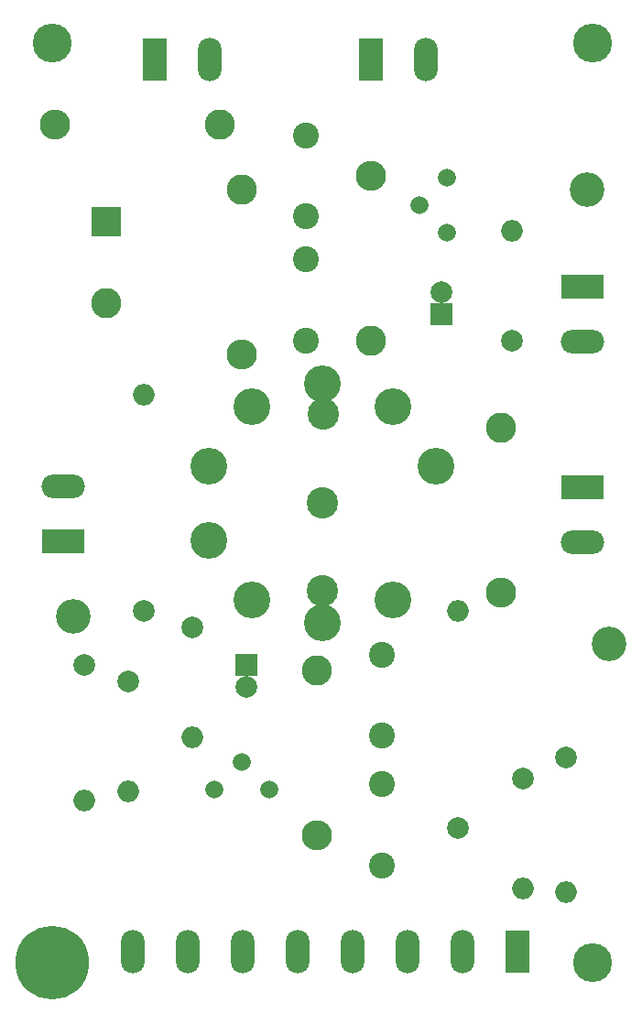
<source format=gbr>
%TF.GenerationSoftware,KiCad,Pcbnew,(5.1.5-0-10_14)*%
%TF.CreationDate,2020-09-13T21:20:46+01:00*%
%TF.ProjectId,PrePCB,50726550-4342-42e6-9b69-6361645f7063,rev?*%
%TF.SameCoordinates,Original*%
%TF.FileFunction,Soldermask,Top*%
%TF.FilePolarity,Negative*%
%FSLAX46Y46*%
G04 Gerber Fmt 4.6, Leading zero omitted, Abs format (unit mm)*
G04 Created by KiCad (PCBNEW (5.1.5-0-10_14)) date 2020-09-13 21:20:46*
%MOMM*%
%LPD*%
G04 APERTURE LIST*
%ADD10C,3.600000*%
%ADD11C,3.400000*%
%ADD12C,2.900000*%
%ADD13C,2.400000*%
%ADD14R,2.800000X2.800000*%
%ADD15C,2.800000*%
%ADD16C,2.000000*%
%ADD17O,2.000000X2.000000*%
%ADD18C,6.800000*%
%ADD19C,1.660000*%
%ADD20C,3.200000*%
%ADD21R,2.200000X4.000000*%
%ADD22O,2.200000X4.000000*%
%ADD23R,4.000000X2.200000*%
%ADD24O,4.000000X2.200000*%
%ADD25R,2.000000X2.000000*%
%ADD26O,2.800000X2.800000*%
G04 APERTURE END LIST*
D10*
X227500000Y-62500000D03*
D11*
X208989435Y-113931484D03*
X202500041Y-116040367D03*
X196010602Y-113931820D03*
X192000019Y-108411708D03*
X191999956Y-101588329D03*
X196010688Y-96068136D03*
X202499959Y-93959633D03*
X208989398Y-96068180D03*
X212999981Y-101588292D03*
D12*
X202500000Y-105000000D03*
X202498210Y-113095678D03*
X202532691Y-96809217D03*
D13*
X201000000Y-90000000D03*
X201000000Y-82500000D03*
D14*
X182500000Y-79000000D03*
D15*
X182500000Y-86500000D03*
D16*
X225000000Y-128500000D03*
D17*
X225000000Y-141000000D03*
D10*
X227500000Y-147500000D03*
X177500000Y-62500000D03*
D16*
X186000000Y-115000000D03*
D17*
X186000000Y-95000000D03*
D16*
X180500000Y-120000000D03*
D17*
X180500000Y-132500000D03*
D13*
X208000000Y-119000000D03*
X208000000Y-126500000D03*
D16*
X215000000Y-135000000D03*
D17*
X215000000Y-115000000D03*
D18*
X177500000Y-147500000D03*
D13*
X201000000Y-71000000D03*
X201000000Y-78500000D03*
X208000000Y-131000000D03*
X208000000Y-138500000D03*
D16*
X220000000Y-90000000D03*
D17*
X220000000Y-79840000D03*
D16*
X184500000Y-121500000D03*
D17*
X184500000Y-131660000D03*
D16*
X190500000Y-116500000D03*
D17*
X190500000Y-126660000D03*
D16*
X221000000Y-130500000D03*
D17*
X221000000Y-140660000D03*
D19*
X214000000Y-74920000D03*
X211460000Y-77460000D03*
X214000000Y-80000000D03*
X197580000Y-131500000D03*
X195040000Y-128960000D03*
X192500000Y-131500000D03*
D20*
X227000000Y-76000000D03*
X179500000Y-115500000D03*
X229000000Y-118000000D03*
D21*
X207000000Y-64000000D03*
D22*
X212080000Y-64000000D03*
D23*
X226500000Y-103500000D03*
D24*
X226500000Y-108580000D03*
D23*
X226500000Y-85000000D03*
D24*
X226500000Y-90080000D03*
D23*
X178500000Y-108500000D03*
D24*
X178500000Y-103420000D03*
D21*
X187000000Y-64000000D03*
D22*
X192080000Y-64000000D03*
D21*
X220500000Y-146500000D03*
D22*
X215420000Y-146500000D03*
X210340000Y-146500000D03*
X205260000Y-146500000D03*
X200180000Y-146500000D03*
X195100000Y-146500000D03*
X190020000Y-146500000D03*
X184940000Y-146500000D03*
D25*
X213500000Y-87500000D03*
D16*
X213500000Y-85500000D03*
D25*
X195500000Y-120000000D03*
D16*
X195500000Y-122000000D03*
D15*
X207000000Y-90000000D03*
D26*
X207000000Y-74760000D03*
D15*
X195000000Y-76000000D03*
D26*
X195000000Y-91240000D03*
D15*
X202000000Y-120500000D03*
D26*
X202000000Y-135740000D03*
D15*
X219000000Y-98000000D03*
D26*
X219000000Y-113240000D03*
D15*
X193000000Y-70000000D03*
D26*
X177760000Y-70000000D03*
M02*

</source>
